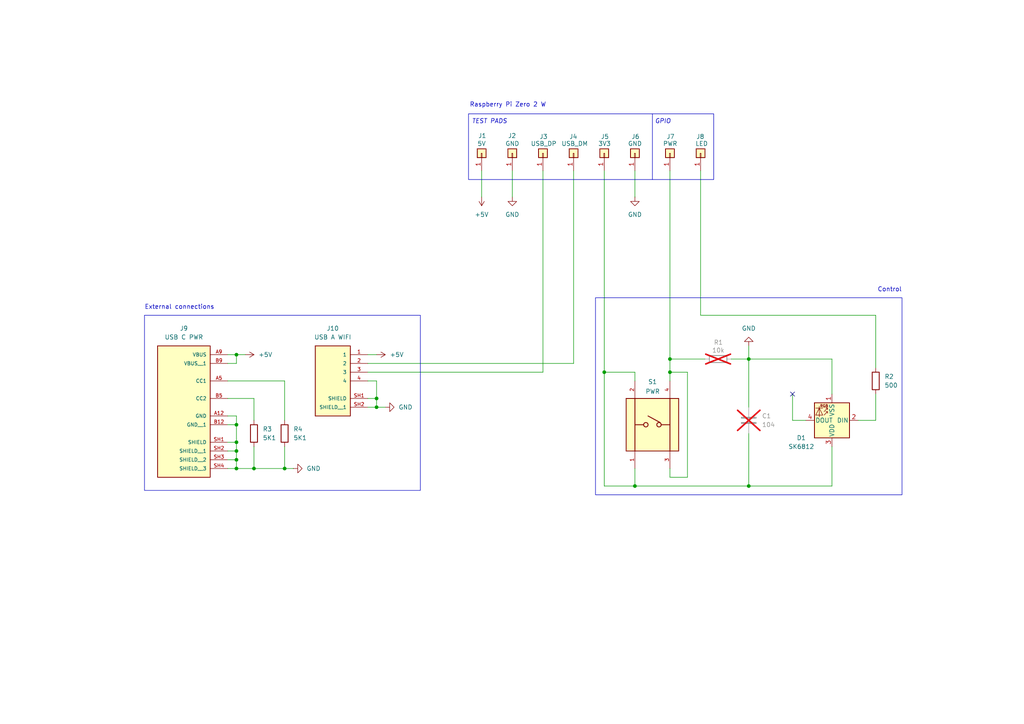
<source format=kicad_sch>
(kicad_sch (version 20250114) (generator "eeschema") (generator_version "9.0")
  (paper "A4")
  (lib_symbols
    (symbol "Connector_Generic:Conn_01x01" (pin_names (offset 1.016) (hide yes))
      (property "Reference" "J" (at 0 2.54 0))
      (property "Value" "Conn_01x01" (at 0 -2.54 0))
      (symbol "Conn_01x01_1_1"
        (rectangle (start -1.27 1.27) (end 1.27 -1.27) (stroke (width 0.254)) (fill (type background)))
        (rectangle (start -1.27 0.127) (end 0 -0.127) (stroke (width 0.1524)))
        (pin passive line (at -5.08 0 0) (length 3.81) (name "Pin_1") (number "1"))
      )
    )
    (symbol "Device:C" (pin_numbers (hide yes)) (pin_names (offset 0.254))
      (property "Reference" "C" (at 0.635 2.54 0))
      (property "Value" "C" (at 0.635 -2.54 0))
      (symbol "C_0_1"
        (polyline (pts (xy -2.032 0.762) (xy 2.032 0.762)) (stroke (width 0.508)))
        (polyline (pts (xy -2.032 -0.762) (xy 2.032 -0.762)) (stroke (width 0.508)))
      )
      (symbol "C_1_1"
        (pin passive line (at 0 3.81 270) (length 2.794) (name "~") (number "1"))
        (pin passive line (at 0 -3.81 90) (length 2.794) (name "~") (number "2"))
      )
    )
    (symbol "Device:R" (pin_numbers (hide yes)) (pin_names (offset 0))
      (property "Reference" "R" (at 2.032 0 90))
      (property "Value" "R" (at 0 0 90))
      (symbol "R_0_1"
        (rectangle (start -1.016 -2.54) (end 1.016 2.54) (stroke (width 0.254)))
      )
      (symbol "R_1_1"
        (pin passive line (at 0 3.81 270) (length 1.27) (name "~") (number "1"))
        (pin passive line (at 0 -3.81 90) (length 1.27) (name "~") (number "2"))
      )
    )
    (symbol "LED:SK6812" (pin_names (offset 0.254))
      (property "Reference" "D" (at 5.08 5.715 0))
      (property "Value" "SK6812" (at 1.27 -5.715 0))
      (symbol "SK6812_0_0"
        (text "RGB" (at 2.286 -4.191 0) (effects (font (size 0.762 0.762))))
      )
      (symbol "SK6812_0_1"
        (polyline (pts (xy 1.27 -2.54) (xy 1.778 -2.54)))
        (polyline (pts (xy 1.27 -3.556) (xy 1.778 -3.556)))
        (polyline (pts (xy 2.286 -1.524) (xy 1.27 -2.54) (xy 1.27 -2.032)))
        (polyline (pts (xy 2.286 -2.54) (xy 1.27 -3.556) (xy 1.27 -3.048)))
        (polyline (pts (xy 3.683 -1.016) (xy 3.683 -3.556) (xy 3.683 -4.064)))
        (polyline (pts (xy 4.699 -1.524) (xy 2.667 -1.524) (xy 3.683 -3.556) (xy 4.699 -1.524)))
        (polyline (pts (xy 4.699 -3.556) (xy 2.667 -3.556)))
        (rectangle (start 5.08 5.08) (end -5.08 -5.08) (stroke (width 0.254)) (fill (type background)))
      )
      (symbol "SK6812_1_1"
        (pin input line (at -7.62 0 0) (length 2.54) (name "DIN") (number "2"))
        (pin power_in line (at 0 7.62 270) (length 2.54) (name "VDD") (number "3"))
        (pin power_in line (at 0 -7.62 90) (length 2.54) (name "VSS") (number "1"))
        (pin output line (at 7.62 0 180) (length 2.54) (name "DOUT") (number "4"))
      )
    )
    (symbol "TS02-66-55-BK-260-LCR-D:TS02-66-55-BK-260-LCR-D" (pin_names (offset 1.016) (hide yes))
      (property "Reference" "S" (at -7.62 8.382 0))
      (property "Value" "TS02-66-55-BK-260-LCR-D" (at -7.62 -8.382 0))
      (symbol "TS02-66-55-BK-260-LCR-D_0_0"
        (rectangle (start -7.62 -7.62) (end 7.62 7.62) (stroke (width 0.254)) (fill (type background)))
        (polyline (pts (xy 0 5.08) (xy 0 2.54)) (stroke (width 0.254)))
        (circle (center 0 1.905) (radius 0.635) (stroke (width 0.254)))
        (circle (center 0 -1.905) (radius 0.635) (stroke (width 0.254)))
        (polyline (pts (xy 0 -2.54) (xy 0 -5.08)) (stroke (width 0.254)))
        (polyline (pts (xy 0.635 -2.2352) (xy 2.54 1.27)) (stroke (width 0.254)))
        (polyline (pts (xy 7.62 5.08) (xy -7.62 5.08)) (stroke (width 0.254)))
        (polyline (pts (xy 7.62 -5.08) (xy -7.62 -5.08)) (stroke (width 0.254)))
        (pin passive line (at -12.7 5.08 0) (length 5.08) (name "~") (number "1"))
        (pin passive line (at -12.7 -5.08 0) (length 5.08) (name "~") (number "3"))
        (pin passive line (at 12.7 5.08 180) (length 5.08) (name "~") (number "2"))
        (pin passive line (at 12.7 -5.08 180) (length 5.08) (name "~") (number "4"))
      )
    )
    (symbol "UJ2-AH-4-TH:UJ2-AH-4-TH" (pin_names (offset 1.016))
      (property "Reference" "J" (at -5.08 7.62 0))
      (property "Value" "UJ2-AH-4-TH" (at -5.08 -15.24 0))
      (symbol "UJ2-AH-4-TH_0_0"
        (rectangle (start -5.08 -12.7) (end 5.08 7.62) (stroke (width 0.254)) (fill (type background)))
        (pin passive line (at 10.16 5.08 180) (length 5.08) (name "1") (number "1"))
        (pin passive line (at 10.16 2.54 180) (length 5.08) (name "2") (number "2"))
        (pin passive line (at 10.16 0 180) (length 5.08) (name "3") (number "3"))
        (pin passive line (at 10.16 -2.54 180) (length 5.08) (name "4") (number "4"))
        (pin passive line (at 10.16 -7.62 180) (length 5.08) (name "SHIELD") (number "SH1"))
        (pin passive line (at 10.16 -10.16 180) (length 5.08) (name "SHIELD__1") (number "SH2"))
      )
    )
    (symbol "UJC-HP2-3-SMT-TR:UJC-HP2-3-SMT-TR" (pin_names (offset 1.016))
      (property "Reference" "J" (at -7.62 13.462 0))
      (property "Value" "UJC-HP2-3-SMT-TR" (at -7.62 -27.94 0))
      (symbol "UJC-HP2-3-SMT-TR_0_0"
        (rectangle (start -7.62 -25.4) (end 7.62 12.7) (stroke (width 0.254)) (fill (type background)))
        (pin passive line (at 12.7 10.16 180) (length 5.08) (name "VBUS") (number "A9"))
        (pin passive line (at 12.7 7.62 180) (length 5.08) (name "VBUS__1") (number "B9"))
        (pin passive line (at 12.7 2.54 180) (length 5.08) (name "CC1") (number "A5"))
        (pin passive line (at 12.7 -2.54 180) (length 5.08) (name "CC2") (number "B5"))
        (pin passive line (at 12.7 -7.62 180) (length 5.08) (name "GND") (number "A12"))
        (pin passive line (at 12.7 -10.16 180) (length 5.08) (name "GND__1") (number "B12"))
        (pin passive line (at 12.7 -15.24 180) (length 5.08) (name "SHIELD") (number "SH1"))
        (pin passive line (at 12.7 -17.78 180) (length 5.08) (name "SHIELD__1") (number "SH2"))
        (pin passive line (at 12.7 -20.32 180) (length 5.08) (name "SHIELD__2") (number "SH3"))
        (pin passive line (at 12.7 -22.86 180) (length 5.08) (name "SHIELD__3") (number "SH4"))
      )
    )
    (symbol "power:+5V" (power) (pin_numbers (hide yes)) (pin_names (offset 0) (hide yes))
      (property "Value" "+5V" (at 0 3.556 0))
      (symbol "+5V_0_1"
        (polyline (pts (xy -0.762 1.27) (xy 0 2.54)))
        (polyline (pts (xy 0 2.54) (xy 0.762 1.27)))
        (polyline (pts (xy 0 0) (xy 0 2.54)))
      )
      (symbol "+5V_1_1"
        (pin power_in line (at 0 0 90) (length 0) (name "~") (number "1"))
      )
    )
    (symbol "power:GND" (power) (pin_numbers (hide yes)) (pin_names (offset 0) (hide yes))
      (property "Value" "GND" (at 0 -3.81 0))
      (symbol "GND_0_1"
        (polyline (pts (xy 0 0) (xy 0 -1.27) (xy 1.27 -1.27) (xy 0 -2.54) (xy -1.27 -1.27) (xy 0 -1.27)))
      )
      (symbol "GND_1_1"
        (pin power_in line (at 0 0 270) (length 0) (name "~") (number "1"))
      )
    )
  )
  (rectangle (start 41.91 91.44) (end 121.92 142.24))
  (rectangle (start 135.89 33.02) (end 207.01 52.07))
  (rectangle (start 172.72 86.36) (end 261.62 143.51))
  (text "Raspberry Pi Zero 2 W" (at 147.32 30.48 0) (effects (font (size 1.27 1.27))))
  (text "GPIO" (at 192.278 35.306 0) (effects (font (size 1.27 1.27) (italic yes))))
  (text "Control" (at 258.064 84.074 0) (effects (font (size 1.27 1.27))))
  (text "External connections" (at 52.07 89.154 0) (effects (font (size 1.27 1.27))))
  (text "TEST PADS" (at 141.986 35.306 0) (effects (font (size 1.27 1.27) (italic yes))))
  (junction (at 109.22 118.11))
  (junction (at 184.15 140.97))
  (junction (at 175.26 107.95))
  (junction (at 68.58 123.19))
  (junction (at 68.58 130.81))
  (junction (at 194.31 107.95))
  (junction (at 68.58 135.89))
  (junction (at 68.58 102.87))
  (junction (at 73.66 135.89))
  (junction (at 217.17 140.97))
  (junction (at 217.17 104.14))
  (junction (at 82.55 135.89))
  (junction (at 68.58 133.35))
  (junction (at 68.58 128.27))
  (junction (at 194.31 104.14))
  (junction (at 109.22 115.57))
  (no_connect (at 229.87 114.3))
  (wire (pts (xy 109.22 118.11) (xy 109.22 115.57)))
  (wire (pts (xy 254 106.68) (xy 254 91.44)))
  (wire (pts (xy 68.58 102.87) (xy 68.58 105.41)))
  (wire (pts (xy 184.15 140.97) (xy 217.17 140.97)))
  (wire (pts (xy 175.26 107.95) (xy 184.15 107.95)))
  (wire (pts (xy 68.58 135.89) (xy 73.66 135.89)))
  (wire (pts (xy 217.17 104.14) (xy 217.17 118.11)))
  (wire (pts (xy 175.26 140.97) (xy 184.15 140.97)))
  (wire (pts (xy 233.68 121.92) (xy 229.87 121.92)))
  (polyline (pts (xy 189.23 33.02) (xy 189.23 52.07)))
  (wire (pts (xy 194.31 107.95) (xy 194.31 110.49)))
  (wire (pts (xy 106.68 118.11) (xy 109.22 118.11)))
  (wire (pts (xy 175.26 49.53) (xy 175.26 107.95)))
  (wire (pts (xy 106.68 115.57) (xy 109.22 115.57)))
  (wire (pts (xy 68.58 128.27) (xy 68.58 130.81)))
  (wire (pts (xy 184.15 110.49) (xy 184.15 107.95)))
  (wire (pts (xy 109.22 118.11) (xy 111.76 118.11)))
  (wire (pts (xy 66.04 110.49) (xy 82.55 110.49)))
  (wire (pts (xy 194.31 104.14) (xy 204.47 104.14)))
  (wire (pts (xy 73.66 115.57) (xy 73.66 121.92)))
  (wire (pts (xy 217.17 104.14) (xy 241.3 104.14)))
  (wire (pts (xy 109.22 110.49) (xy 109.22 115.57)))
  (wire (pts (xy 106.68 107.95) (xy 157.48 107.95)))
  (wire (pts (xy 254 121.92) (xy 254 114.3)))
  (wire (pts (xy 184.15 135.89) (xy 184.15 140.97)))
  (wire (pts (xy 106.68 102.87) (xy 109.22 102.87)))
  (wire (pts (xy 66.04 135.89) (xy 68.58 135.89)))
  (wire (pts (xy 229.87 114.3) (xy 229.87 121.92)))
  (wire (pts (xy 66.04 105.41) (xy 68.58 105.41)))
  (wire (pts (xy 68.58 120.65) (xy 68.58 123.19)))
  (wire (pts (xy 66.04 102.87) (xy 68.58 102.87)))
  (wire (pts (xy 73.66 129.54) (xy 73.66 135.89)))
  (wire (pts (xy 166.37 105.41) (xy 166.37 49.53)))
  (wire (pts (xy 184.15 49.53) (xy 184.15 57.15)))
  (wire (pts (xy 194.31 107.95) (xy 199.39 107.95)))
  (wire (pts (xy 241.3 140.97) (xy 241.3 129.54)))
  (wire (pts (xy 148.59 49.53) (xy 148.59 57.15)))
  (wire (pts (xy 203.2 91.44) (xy 203.2 49.53)))
  (wire (pts (xy 248.92 121.92) (xy 254 121.92)))
  (wire (pts (xy 212.09 104.14) (xy 217.17 104.14)))
  (wire (pts (xy 254 91.44) (xy 203.2 91.44)))
  (wire (pts (xy 82.55 129.54) (xy 82.55 135.89)))
  (wire (pts (xy 73.66 135.89) (xy 82.55 135.89)))
  (wire (pts (xy 82.55 135.89) (xy 85.09 135.89)))
  (wire (pts (xy 194.31 138.43) (xy 199.39 138.43)))
  (wire (pts (xy 175.26 107.95) (xy 175.26 140.97)))
  (wire (pts (xy 82.55 110.49) (xy 82.55 121.92)))
  (wire (pts (xy 199.39 138.43) (xy 199.39 107.95)))
  (wire (pts (xy 68.58 102.87) (xy 71.12 102.87)))
  (wire (pts (xy 66.04 115.57) (xy 73.66 115.57)))
  (wire (pts (xy 68.58 133.35) (xy 68.58 135.89)))
  (wire (pts (xy 66.04 120.65) (xy 68.58 120.65)))
  (wire (pts (xy 194.31 49.53) (xy 194.31 104.14)))
  (wire (pts (xy 217.17 140.97) (xy 241.3 140.97)))
  (wire (pts (xy 106.68 110.49) (xy 109.22 110.49)))
  (wire (pts (xy 241.3 114.3) (xy 241.3 104.14)))
  (wire (pts (xy 66.04 123.19) (xy 68.58 123.19)))
  (wire (pts (xy 66.04 130.81) (xy 68.58 130.81)))
  (wire (pts (xy 217.17 100.33) (xy 217.17 104.14)))
  (wire (pts (xy 68.58 130.81) (xy 68.58 133.35)))
  (wire (pts (xy 194.31 104.14) (xy 194.31 107.95)))
  (wire (pts (xy 106.68 105.41) (xy 166.37 105.41)))
  (wire (pts (xy 68.58 123.19) (xy 68.58 128.27)))
  (wire (pts (xy 217.17 125.73) (xy 217.17 140.97)))
  (wire (pts (xy 139.7 49.53) (xy 139.7 57.15)))
  (wire (pts (xy 66.04 133.35) (xy 68.58 133.35)))
  (wire (pts (xy 194.31 135.89) (xy 194.31 138.43)))
  (wire (pts (xy 66.04 128.27) (xy 68.58 128.27)))
  (wire (pts (xy 157.48 107.95) (xy 157.48 49.53)))
  (symbol (lib_id "Connector_Generic:Conn_01x01") (at 175.26 44.45 90) (unit 1)
    (property "Reference" "J5" (at 174.244 39.624 90) (effects (justify right)))
    (property "Value" "3V3" (at 173.482 41.656 90) (effects (justify right)))
    (property "Footprint" "rpi-zero-2-w-testpads:2mm-testpad-conn-plated" (effects (hide yes)))
    (property "Description" "Generic connector, single row, 01x01, script generated (kicad-library-utils/schlib/autogen/connector/)" (effects (hide yes)))
  )
  (symbol (lib_id "Device:C") (at 217.17 121.92 0) (unit 1) (dnp yes)
    (property "Reference" "C1" (at 220.98 120.6499 0) (effects (justify left)))
    (property "Value" "104" (at 220.98 123.1899 0) (effects (justify left)))
    (property "Footprint" "Capacitor_SMD:C_0805_2012Metric" (effects (hide yes)))
    (property "Description" "Unpolarized capacitor" (effects (hide yes)))
  )
  (symbol (lib_id "power:+5V") (at 71.12 102.87 270) (unit 1)
    (property "Reference" "#PWR05" (effects (hide yes)))
    (property "Value" "+5V" (at 74.93 102.8699 90) (effects (justify left)))
    (property "Description" "Power symbol creates a global label with name \"+5V\"" (effects (hide yes)))
  )
  (symbol (lib_id "Connector_Generic:Conn_01x01") (at 194.31 44.45 90) (unit 1)
    (property "Reference" "J7" (at 193.294 39.624 90) (effects (justify right)))
    (property "Value" "PWR" (at 192.278 41.656 90) (effects (justify right)))
    (property "Footprint" "rpi-zero-2-w-testpads:1.7mm-testpad-conn-plated" (effects (hide yes)))
    (property "Description" "Generic connector, single row, 01x01, script generated (kicad-library-utils/schlib/autogen/connector/)" (effects (hide yes)))
  )
  (symbol (lib_id "power:+5V") (at 109.22 102.87 270) (unit 1)
    (property "Reference" "#PWR08" (effects (hide yes)))
    (property "Value" "+5V" (at 113.03 102.8699 90) (effects (justify left)))
    (property "Description" "Power symbol creates a global label with name \"+5V\"" (effects (hide yes)))
  )
  (symbol (lib_id "UJ2-AH-4-TH:UJ2-AH-4-TH") (at 96.52 107.95 0) (unit 1)
    (property "Reference" "J10" (at 96.52 95.25 0))
    (property "Value" "USB A WIFI" (at 96.52 97.79 0))
    (property "Footprint" "UJ2-AH-4-TH:CUI_UJ2-AH-4-TH" (effects (hide yes)))
    (property "MANUFACTURER" "CUI INC" (effects (hide yes)))
    (property "PART_REV" "1.0" (effects (hide yes)))
    (property "STANDARD" "MANUFACTURER RECOMMENDATIONS" (effects (hide yes)))
  )
  (symbol (lib_id "Connector_Generic:Conn_01x01") (at 166.37 44.45 90) (unit 1)
    (property "Reference" "J4" (at 165.1 39.624 90) (effects (justify right)))
    (property "Value" "USB_DM" (at 162.814 41.656 90) (effects (justify right)))
    (property "Footprint" "rpi-zero-2-w-testpads:1.7mm-testpad-conn-plated" (effects (hide yes)))
    (property "Description" "Generic connector, single row, 01x01, script generated (kicad-library-utils/schlib/autogen/connector/)" (effects (hide yes)))
  )
  (symbol (lib_id "power:+5V") (at 139.7 57.15 180) (unit 1)
    (property "Reference" "#PWR04" (effects (hide yes)))
    (property "Value" "+5V" (at 139.7 62.23 0))
    (property "Description" "Power symbol creates a global label with name \"+5V\"" (effects (hide yes)))
  )
  (symbol (lib_id "Device:R") (at 254 110.49 0) (unit 1)
    (property "Reference" "R2" (at 256.54 109.2199 0) (effects (justify left)))
    (property "Value" "500" (at 256.54 111.7599 0) (effects (justify left)))
    (property "Footprint" "Resistor_SMD:R_0805_2012Metric" (effects (hide yes)))
    (property "Description" "Resistor" (effects (hide yes)))
  )
  (symbol (lib_id "power:GND") (at 148.59 57.15 0) (unit 1)
    (property "Reference" "#PWR02" (effects (hide yes)))
    (property "Value" "GND" (at 148.59 62.23 0))
    (property "Description" "Power symbol creates a global label with name \"GND\" , ground" (effects (hide yes)))
  )
  (symbol (lib_id "Connector_Generic:Conn_01x01") (at 148.59 44.45 90) (unit 1)
    (property "Reference" "J2" (at 147.32 39.37 90) (effects (justify right)))
    (property "Value" "GND" (at 146.558 41.656 90) (effects (justify right)))
    (property "Footprint" "rpi-zero-2-w-testpads:2mm-testpad-conn-plated" (effects (hide yes)))
    (property "Description" "Generic connector, single row, 01x01, script generated (kicad-library-utils/schlib/autogen/connector/)" (effects (hide yes)))
  )
  (symbol (lib_id "Connector_Generic:Conn_01x01") (at 139.7 44.45 90) (unit 1)
    (property "Reference" "J1" (at 138.684 39.37 90) (effects (justify right)))
    (property "Value" "5V" (at 138.43 41.656 90) (effects (justify right)))
    (property "Footprint" "rpi-zero-2-w-testpads:2mm-testpad-conn-plated" (effects (hide yes)))
    (property "Description" "Generic connector, single row, 01x01, script generated (kicad-library-utils/schlib/autogen/connector/)" (effects (hide yes)))
  )
  (symbol (lib_id "power:GND") (at 217.17 100.33 180) (unit 1)
    (property "Reference" "#PWR03" (effects (hide yes)))
    (property "Value" "GND" (at 217.17 95.25 0))
    (property "Description" "Power symbol creates a global label with name \"GND\" , ground" (effects (hide yes)))
  )
  (symbol (lib_id "power:GND") (at 111.76 118.11 90) (unit 1)
    (property "Reference" "#PWR07" (effects (hide yes)))
    (property "Value" "GND" (at 115.57 118.1099 90) (effects (justify right)))
    (property "Description" "Power symbol creates a global label with name \"GND\" , ground" (effects (hide yes)))
  )
  (symbol (lib_id "TS02-66-55-BK-260-LCR-D:TS02-66-55-BK-260-LCR-D") (at 189.23 123.19 90) (unit 1)
    (property "Reference" "S1" (at 187.96 110.744 90) (effects (justify right)))
    (property "Value" "PWR" (at 187.198 113.538 90) (effects (justify right)))
    (property "Footprint" "TS02-66-55-BK-260-LCR-D:SW_TS02-66-55-BK-260-LCR-D" (effects (hide yes)))
    (property "PARTREV" "1.0" (effects (hide yes)))
    (property "MANUFACTURER" "CUI Devices" (effects (hide yes)))
    (property "STANDARD" "Manufacturer Recommendations" (effects (hide yes)))
  )
  (symbol (lib_id "Connector_Generic:Conn_01x01") (at 203.2 44.45 90) (unit 1)
    (property "Reference" "J8" (at 201.93 39.624 90) (effects (justify right)))
    (property "Value" "LED" (at 201.676 41.656 90) (effects (justify right)))
    (property "Footprint" "rpi-zero-2-w-testpads:1.7mm-testpad-conn-plated" (effects (hide yes)))
    (property "Description" "Generic connector, single row, 01x01, script generated (kicad-library-utils/schlib/autogen/connector/)" (effects (hide yes)))
  )
  (symbol (lib_id "UJC-HP2-3-SMT-TR:UJC-HP2-3-SMT-TR") (at 53.34 113.03 0) (unit 1)
    (property "Reference" "J9" (at 53.34 95.25 0))
    (property "Value" "USB C PWR" (at 53.34 97.79 0))
    (property "Footprint" "UJC-HP2-3-SMT-TR:CUI_UJC-HP2-3-SMT-TR" (effects (hide yes)))
    (property "PARTREV" "1.01" (effects (hide yes)))
    (property "STANDARD" "Manufacturer Recommendations" (effects (hide yes)))
    (property "MAXIMUM_PACKAGE_HEIGHT" "3.16mm" (effects (hide yes)))
    (property "MANUFACTURER" "CUI Devices" (effects (hide yes)))
  )
  (symbol (lib_id "LED:SK6812") (at 241.3 121.92 180) (unit 1)
    (property "Reference" "D1" (at 232.41 127 0))
    (property "Value" "SK6812" (at 232.41 129.54 0))
    (property "Footprint" "LED_SMD:LED_SK6812_PLCC4_5.0x5.0mm_P3.2mm" (effects (hide yes)))
    (property "Datasheet" "https://cdn-shop.adafruit.com/product-files/1138/SK6812+LED+datasheet+.pdf" (effects (hide yes)))
    (property "Description" "RGB LED with integrated controller" (effects (hide yes)))
  )
  (symbol (lib_id "Connector_Generic:Conn_01x01") (at 157.48 44.45 90) (unit 1)
    (property "Reference" "J3" (at 156.464 39.624 90) (effects (justify right)))
    (property "Value" "USB_DP" (at 153.924 41.656 90) (effects (justify right)))
    (property "Footprint" "rpi-zero-2-w-testpads:1.7mm-testpad-conn-plated" (effects (hide yes)))
    (property "Description" "Generic connector, single row, 01x01, script generated (kicad-library-utils/schlib/autogen/connector/)" (effects (hide yes)))
  )
  (symbol (lib_id "power:GND") (at 85.09 135.89 90) (unit 1)
    (property "Reference" "#PWR06" (effects (hide yes)))
    (property "Value" "GND" (at 88.9 135.8899 90) (effects (justify right)))
    (property "Description" "Power symbol creates a global label with name \"GND\" , ground" (effects (hide yes)))
  )
  (symbol (lib_id "Device:R") (at 82.55 125.73 0) (unit 1)
    (property "Reference" "R4" (at 85.09 124.4599 0) (effects (justify left)))
    (property "Value" "5K1" (at 85.09 126.9999 0) (effects (justify left)))
    (property "Footprint" "Resistor_SMD:R_0805_2012Metric" (effects (hide yes)))
    (property "Description" "Resistor" (effects (hide yes)))
  )
  (symbol (lib_id "power:GND") (at 184.15 57.15 0) (unit 1)
    (property "Reference" "#PWR01" (effects (hide yes)))
    (property "Value" "GND" (at 184.15 62.23 0))
    (property "Description" "Power symbol creates a global label with name \"GND\" , ground" (effects (hide yes)))
  )
  (symbol (lib_id "Device:R") (at 208.28 104.14 270) (unit 1) (dnp yes)
    (property "Reference" "R1" (at 207.01 99.314 90) (effects (justify left)))
    (property "Value" "10k" (at 206.502 101.6 90) (effects (justify left)))
    (property "Footprint" "Resistor_SMD:R_0805_2012Metric" (effects (hide yes)))
    (property "Description" "Resistor" (effects (hide yes)))
  )
  (symbol (lib_id "Connector_Generic:Conn_01x01") (at 184.15 44.45 90) (unit 1)
    (property "Reference" "J6" (at 183.134 39.624 90) (effects (justify right)))
    (property "Value" "GND" (at 182.118 41.656 90) (effects (justify right)))
    (property "Footprint" "rpi-zero-2-w-testpads:2mm-testpad-conn-plated" (effects (hide yes)))
    (property "Description" "Generic connector, single row, 01x01, script generated (kicad-library-utils/schlib/autogen/connector/)" (effects (hide yes)))
  )
  (symbol (lib_id "Device:R") (at 73.66 125.73 0) (unit 1)
    (property "Reference" "R3" (at 76.2 124.4599 0) (effects (justify left)))
    (property "Value" "5K1" (at 76.2 126.9999 0) (effects (justify left)))
    (property "Footprint" "Resistor_SMD:R_0805_2012Metric" (effects (hide yes)))
    (property "Description" "Resistor" (effects (hide yes)))
  )
)
</source>
